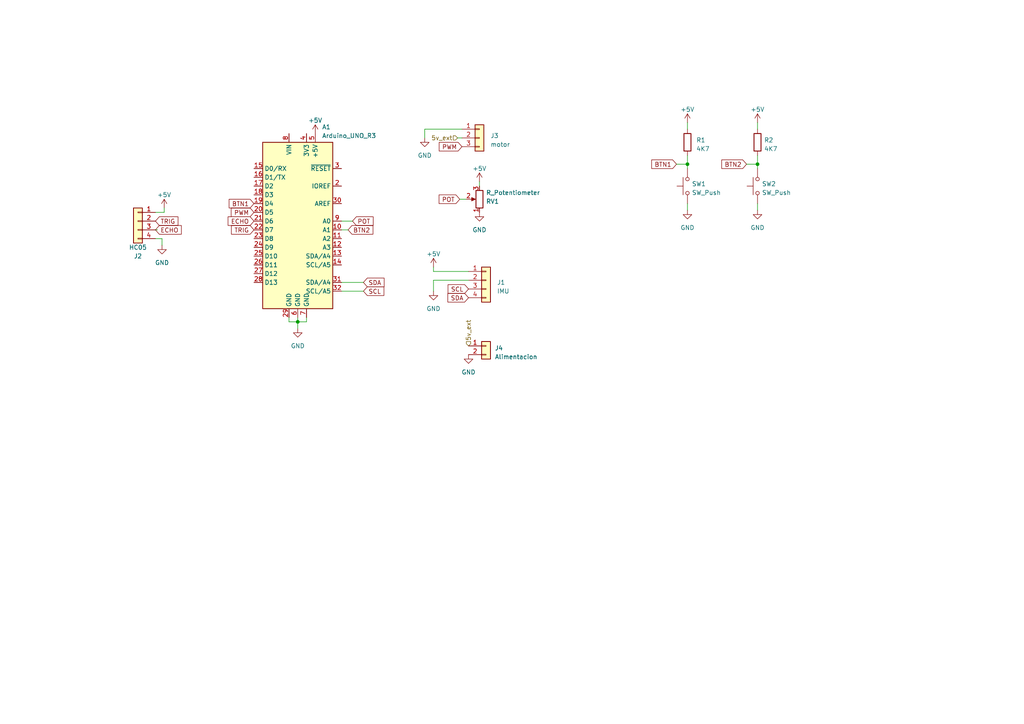
<source format=kicad_sch>
(kicad_sch (version 20230121) (generator eeschema)

  (uuid 756e4d5c-28ad-46f4-9ddd-53c0604034bf)

  (paper "A4")

  (lib_symbols
    (symbol "Connector_Generic:Conn_01x02" (pin_names (offset 1.016) hide) (in_bom yes) (on_board yes)
      (property "Reference" "J" (at 0 2.54 0)
        (effects (font (size 1.27 1.27)))
      )
      (property "Value" "Conn_01x02" (at 0 -5.08 0)
        (effects (font (size 1.27 1.27)))
      )
      (property "Footprint" "" (at 0 0 0)
        (effects (font (size 1.27 1.27)) hide)
      )
      (property "Datasheet" "~" (at 0 0 0)
        (effects (font (size 1.27 1.27)) hide)
      )
      (property "ki_keywords" "connector" (at 0 0 0)
        (effects (font (size 1.27 1.27)) hide)
      )
      (property "ki_description" "Generic connector, single row, 01x02, script generated (kicad-library-utils/schlib/autogen/connector/)" (at 0 0 0)
        (effects (font (size 1.27 1.27)) hide)
      )
      (property "ki_fp_filters" "Connector*:*_1x??_*" (at 0 0 0)
        (effects (font (size 1.27 1.27)) hide)
      )
      (symbol "Conn_01x02_1_1"
        (rectangle (start -1.27 -2.413) (end 0 -2.667)
          (stroke (width 0.1524) (type default))
          (fill (type none))
        )
        (rectangle (start -1.27 0.127) (end 0 -0.127)
          (stroke (width 0.1524) (type default))
          (fill (type none))
        )
        (rectangle (start -1.27 1.27) (end 1.27 -3.81)
          (stroke (width 0.254) (type default))
          (fill (type background))
        )
        (pin passive line (at -5.08 0 0) (length 3.81)
          (name "Pin_1" (effects (font (size 1.27 1.27))))
          (number "1" (effects (font (size 1.27 1.27))))
        )
        (pin passive line (at -5.08 -2.54 0) (length 3.81)
          (name "Pin_2" (effects (font (size 1.27 1.27))))
          (number "2" (effects (font (size 1.27 1.27))))
        )
      )
    )
    (symbol "Connector_Generic:Conn_01x03" (pin_names (offset 1.016) hide) (in_bom yes) (on_board yes)
      (property "Reference" "J" (at 0 5.08 0)
        (effects (font (size 1.27 1.27)))
      )
      (property "Value" "Conn_01x03" (at 0 -5.08 0)
        (effects (font (size 1.27 1.27)))
      )
      (property "Footprint" "" (at 0 0 0)
        (effects (font (size 1.27 1.27)) hide)
      )
      (property "Datasheet" "~" (at 0 0 0)
        (effects (font (size 1.27 1.27)) hide)
      )
      (property "ki_keywords" "connector" (at 0 0 0)
        (effects (font (size 1.27 1.27)) hide)
      )
      (property "ki_description" "Generic connector, single row, 01x03, script generated (kicad-library-utils/schlib/autogen/connector/)" (at 0 0 0)
        (effects (font (size 1.27 1.27)) hide)
      )
      (property "ki_fp_filters" "Connector*:*_1x??_*" (at 0 0 0)
        (effects (font (size 1.27 1.27)) hide)
      )
      (symbol "Conn_01x03_1_1"
        (rectangle (start -1.27 -2.413) (end 0 -2.667)
          (stroke (width 0.1524) (type default))
          (fill (type none))
        )
        (rectangle (start -1.27 0.127) (end 0 -0.127)
          (stroke (width 0.1524) (type default))
          (fill (type none))
        )
        (rectangle (start -1.27 2.667) (end 0 2.413)
          (stroke (width 0.1524) (type default))
          (fill (type none))
        )
        (rectangle (start -1.27 3.81) (end 1.27 -3.81)
          (stroke (width 0.254) (type default))
          (fill (type background))
        )
        (pin passive line (at -5.08 2.54 0) (length 3.81)
          (name "Pin_1" (effects (font (size 1.27 1.27))))
          (number "1" (effects (font (size 1.27 1.27))))
        )
        (pin passive line (at -5.08 0 0) (length 3.81)
          (name "Pin_2" (effects (font (size 1.27 1.27))))
          (number "2" (effects (font (size 1.27 1.27))))
        )
        (pin passive line (at -5.08 -2.54 0) (length 3.81)
          (name "Pin_3" (effects (font (size 1.27 1.27))))
          (number "3" (effects (font (size 1.27 1.27))))
        )
      )
    )
    (symbol "Connector_Generic:Conn_01x04" (pin_names (offset 1.016) hide) (in_bom yes) (on_board yes)
      (property "Reference" "J" (at 0 5.08 0)
        (effects (font (size 1.27 1.27)))
      )
      (property "Value" "Conn_01x04" (at 0 -7.62 0)
        (effects (font (size 1.27 1.27)))
      )
      (property "Footprint" "" (at 0 0 0)
        (effects (font (size 1.27 1.27)) hide)
      )
      (property "Datasheet" "~" (at 0 0 0)
        (effects (font (size 1.27 1.27)) hide)
      )
      (property "ki_keywords" "connector" (at 0 0 0)
        (effects (font (size 1.27 1.27)) hide)
      )
      (property "ki_description" "Generic connector, single row, 01x04, script generated (kicad-library-utils/schlib/autogen/connector/)" (at 0 0 0)
        (effects (font (size 1.27 1.27)) hide)
      )
      (property "ki_fp_filters" "Connector*:*_1x??_*" (at 0 0 0)
        (effects (font (size 1.27 1.27)) hide)
      )
      (symbol "Conn_01x04_1_1"
        (rectangle (start -1.27 -4.953) (end 0 -5.207)
          (stroke (width 0.1524) (type default))
          (fill (type none))
        )
        (rectangle (start -1.27 -2.413) (end 0 -2.667)
          (stroke (width 0.1524) (type default))
          (fill (type none))
        )
        (rectangle (start -1.27 0.127) (end 0 -0.127)
          (stroke (width 0.1524) (type default))
          (fill (type none))
        )
        (rectangle (start -1.27 2.667) (end 0 2.413)
          (stroke (width 0.1524) (type default))
          (fill (type none))
        )
        (rectangle (start -1.27 3.81) (end 1.27 -6.35)
          (stroke (width 0.254) (type default))
          (fill (type background))
        )
        (pin passive line (at -5.08 2.54 0) (length 3.81)
          (name "Pin_1" (effects (font (size 1.27 1.27))))
          (number "1" (effects (font (size 1.27 1.27))))
        )
        (pin passive line (at -5.08 0 0) (length 3.81)
          (name "Pin_2" (effects (font (size 1.27 1.27))))
          (number "2" (effects (font (size 1.27 1.27))))
        )
        (pin passive line (at -5.08 -2.54 0) (length 3.81)
          (name "Pin_3" (effects (font (size 1.27 1.27))))
          (number "3" (effects (font (size 1.27 1.27))))
        )
        (pin passive line (at -5.08 -5.08 0) (length 3.81)
          (name "Pin_4" (effects (font (size 1.27 1.27))))
          (number "4" (effects (font (size 1.27 1.27))))
        )
      )
    )
    (symbol "Device:R" (pin_numbers hide) (pin_names (offset 0)) (in_bom yes) (on_board yes)
      (property "Reference" "R" (at 2.032 0 90)
        (effects (font (size 1.27 1.27)))
      )
      (property "Value" "R" (at 0 0 90)
        (effects (font (size 1.27 1.27)))
      )
      (property "Footprint" "" (at -1.778 0 90)
        (effects (font (size 1.27 1.27)) hide)
      )
      (property "Datasheet" "~" (at 0 0 0)
        (effects (font (size 1.27 1.27)) hide)
      )
      (property "ki_keywords" "R res resistor" (at 0 0 0)
        (effects (font (size 1.27 1.27)) hide)
      )
      (property "ki_description" "Resistor" (at 0 0 0)
        (effects (font (size 1.27 1.27)) hide)
      )
      (property "ki_fp_filters" "R_*" (at 0 0 0)
        (effects (font (size 1.27 1.27)) hide)
      )
      (symbol "R_0_1"
        (rectangle (start -1.016 -2.54) (end 1.016 2.54)
          (stroke (width 0.254) (type default))
          (fill (type none))
        )
      )
      (symbol "R_1_1"
        (pin passive line (at 0 3.81 270) (length 1.27)
          (name "~" (effects (font (size 1.27 1.27))))
          (number "1" (effects (font (size 1.27 1.27))))
        )
        (pin passive line (at 0 -3.81 90) (length 1.27)
          (name "~" (effects (font (size 1.27 1.27))))
          (number "2" (effects (font (size 1.27 1.27))))
        )
      )
    )
    (symbol "Device:R_Potentiometer" (pin_names (offset 1.016) hide) (in_bom yes) (on_board yes)
      (property "Reference" "RV" (at -4.445 0 90)
        (effects (font (size 1.27 1.27)))
      )
      (property "Value" "R_Potentiometer" (at -2.54 0 90)
        (effects (font (size 1.27 1.27)))
      )
      (property "Footprint" "" (at 0 0 0)
        (effects (font (size 1.27 1.27)) hide)
      )
      (property "Datasheet" "~" (at 0 0 0)
        (effects (font (size 1.27 1.27)) hide)
      )
      (property "ki_keywords" "resistor variable" (at 0 0 0)
        (effects (font (size 1.27 1.27)) hide)
      )
      (property "ki_description" "Potentiometer" (at 0 0 0)
        (effects (font (size 1.27 1.27)) hide)
      )
      (property "ki_fp_filters" "Potentiometer*" (at 0 0 0)
        (effects (font (size 1.27 1.27)) hide)
      )
      (symbol "R_Potentiometer_0_1"
        (polyline
          (pts
            (xy 2.54 0)
            (xy 1.524 0)
          )
          (stroke (width 0) (type default))
          (fill (type none))
        )
        (polyline
          (pts
            (xy 1.143 0)
            (xy 2.286 0.508)
            (xy 2.286 -0.508)
            (xy 1.143 0)
          )
          (stroke (width 0) (type default))
          (fill (type outline))
        )
        (rectangle (start 1.016 2.54) (end -1.016 -2.54)
          (stroke (width 0.254) (type default))
          (fill (type none))
        )
      )
      (symbol "R_Potentiometer_1_1"
        (pin passive line (at 0 3.81 270) (length 1.27)
          (name "1" (effects (font (size 1.27 1.27))))
          (number "1" (effects (font (size 1.27 1.27))))
        )
        (pin passive line (at 3.81 0 180) (length 1.27)
          (name "2" (effects (font (size 1.27 1.27))))
          (number "2" (effects (font (size 1.27 1.27))))
        )
        (pin passive line (at 0 -3.81 90) (length 1.27)
          (name "3" (effects (font (size 1.27 1.27))))
          (number "3" (effects (font (size 1.27 1.27))))
        )
      )
    )
    (symbol "MCU_Module:Arduino_UNO_R3" (in_bom yes) (on_board yes)
      (property "Reference" "A" (at -10.16 23.495 0)
        (effects (font (size 1.27 1.27)) (justify left bottom))
      )
      (property "Value" "Arduino_UNO_R3" (at 5.08 -26.67 0)
        (effects (font (size 1.27 1.27)) (justify left top))
      )
      (property "Footprint" "Module:Arduino_UNO_R3" (at 0 0 0)
        (effects (font (size 1.27 1.27) italic) hide)
      )
      (property "Datasheet" "https://www.arduino.cc/en/Main/arduinoBoardUno" (at 0 0 0)
        (effects (font (size 1.27 1.27)) hide)
      )
      (property "ki_keywords" "Arduino UNO R3 Microcontroller Module Atmel AVR USB" (at 0 0 0)
        (effects (font (size 1.27 1.27)) hide)
      )
      (property "ki_description" "Arduino UNO Microcontroller Module, release 3" (at 0 0 0)
        (effects (font (size 1.27 1.27)) hide)
      )
      (property "ki_fp_filters" "Arduino*UNO*R3*" (at 0 0 0)
        (effects (font (size 1.27 1.27)) hide)
      )
      (symbol "Arduino_UNO_R3_0_1"
        (rectangle (start -10.16 22.86) (end 10.16 -25.4)
          (stroke (width 0.254) (type default))
          (fill (type background))
        )
      )
      (symbol "Arduino_UNO_R3_1_1"
        (pin no_connect line (at -10.16 -20.32 0) (length 2.54) hide
          (name "NC" (effects (font (size 1.27 1.27))))
          (number "1" (effects (font (size 1.27 1.27))))
        )
        (pin bidirectional line (at 12.7 -2.54 180) (length 2.54)
          (name "A1" (effects (font (size 1.27 1.27))))
          (number "10" (effects (font (size 1.27 1.27))))
        )
        (pin bidirectional line (at 12.7 -5.08 180) (length 2.54)
          (name "A2" (effects (font (size 1.27 1.27))))
          (number "11" (effects (font (size 1.27 1.27))))
        )
        (pin bidirectional line (at 12.7 -7.62 180) (length 2.54)
          (name "A3" (effects (font (size 1.27 1.27))))
          (number "12" (effects (font (size 1.27 1.27))))
        )
        (pin bidirectional line (at 12.7 -10.16 180) (length 2.54)
          (name "SDA/A4" (effects (font (size 1.27 1.27))))
          (number "13" (effects (font (size 1.27 1.27))))
        )
        (pin bidirectional line (at 12.7 -12.7 180) (length 2.54)
          (name "SCL/A5" (effects (font (size 1.27 1.27))))
          (number "14" (effects (font (size 1.27 1.27))))
        )
        (pin bidirectional line (at -12.7 15.24 0) (length 2.54)
          (name "D0/RX" (effects (font (size 1.27 1.27))))
          (number "15" (effects (font (size 1.27 1.27))))
        )
        (pin bidirectional line (at -12.7 12.7 0) (length 2.54)
          (name "D1/TX" (effects (font (size 1.27 1.27))))
          (number "16" (effects (font (size 1.27 1.27))))
        )
        (pin bidirectional line (at -12.7 10.16 0) (length 2.54)
          (name "D2" (effects (font (size 1.27 1.27))))
          (number "17" (effects (font (size 1.27 1.27))))
        )
        (pin bidirectional line (at -12.7 7.62 0) (length 2.54)
          (name "D3" (effects (font (size 1.27 1.27))))
          (number "18" (effects (font (size 1.27 1.27))))
        )
        (pin bidirectional line (at -12.7 5.08 0) (length 2.54)
          (name "D4" (effects (font (size 1.27 1.27))))
          (number "19" (effects (font (size 1.27 1.27))))
        )
        (pin output line (at 12.7 10.16 180) (length 2.54)
          (name "IOREF" (effects (font (size 1.27 1.27))))
          (number "2" (effects (font (size 1.27 1.27))))
        )
        (pin bidirectional line (at -12.7 2.54 0) (length 2.54)
          (name "D5" (effects (font (size 1.27 1.27))))
          (number "20" (effects (font (size 1.27 1.27))))
        )
        (pin bidirectional line (at -12.7 0 0) (length 2.54)
          (name "D6" (effects (font (size 1.27 1.27))))
          (number "21" (effects (font (size 1.27 1.27))))
        )
        (pin bidirectional line (at -12.7 -2.54 0) (length 2.54)
          (name "D7" (effects (font (size 1.27 1.27))))
          (number "22" (effects (font (size 1.27 1.27))))
        )
        (pin bidirectional line (at -12.7 -5.08 0) (length 2.54)
          (name "D8" (effects (font (size 1.27 1.27))))
          (number "23" (effects (font (size 1.27 1.27))))
        )
        (pin bidirectional line (at -12.7 -7.62 0) (length 2.54)
          (name "D9" (effects (font (size 1.27 1.27))))
          (number "24" (effects (font (size 1.27 1.27))))
        )
        (pin bidirectional line (at -12.7 -10.16 0) (length 2.54)
          (name "D10" (effects (font (size 1.27 1.27))))
          (number "25" (effects (font (size 1.27 1.27))))
        )
        (pin bidirectional line (at -12.7 -12.7 0) (length 2.54)
          (name "D11" (effects (font (size 1.27 1.27))))
          (number "26" (effects (font (size 1.27 1.27))))
        )
        (pin bidirectional line (at -12.7 -15.24 0) (length 2.54)
          (name "D12" (effects (font (size 1.27 1.27))))
          (number "27" (effects (font (size 1.27 1.27))))
        )
        (pin bidirectional line (at -12.7 -17.78 0) (length 2.54)
          (name "D13" (effects (font (size 1.27 1.27))))
          (number "28" (effects (font (size 1.27 1.27))))
        )
        (pin power_in line (at -2.54 -27.94 90) (length 2.54)
          (name "GND" (effects (font (size 1.27 1.27))))
          (number "29" (effects (font (size 1.27 1.27))))
        )
        (pin input line (at 12.7 15.24 180) (length 2.54)
          (name "~{RESET}" (effects (font (size 1.27 1.27))))
          (number "3" (effects (font (size 1.27 1.27))))
        )
        (pin input line (at 12.7 5.08 180) (length 2.54)
          (name "AREF" (effects (font (size 1.27 1.27))))
          (number "30" (effects (font (size 1.27 1.27))))
        )
        (pin bidirectional line (at 12.7 -17.78 180) (length 2.54)
          (name "SDA/A4" (effects (font (size 1.27 1.27))))
          (number "31" (effects (font (size 1.27 1.27))))
        )
        (pin bidirectional line (at 12.7 -20.32 180) (length 2.54)
          (name "SCL/A5" (effects (font (size 1.27 1.27))))
          (number "32" (effects (font (size 1.27 1.27))))
        )
        (pin power_out line (at 2.54 25.4 270) (length 2.54)
          (name "3V3" (effects (font (size 1.27 1.27))))
          (number "4" (effects (font (size 1.27 1.27))))
        )
        (pin power_out line (at 5.08 25.4 270) (length 2.54)
          (name "+5V" (effects (font (size 1.27 1.27))))
          (number "5" (effects (font (size 1.27 1.27))))
        )
        (pin power_in line (at 0 -27.94 90) (length 2.54)
          (name "GND" (effects (font (size 1.27 1.27))))
          (number "6" (effects (font (size 1.27 1.27))))
        )
        (pin power_in line (at 2.54 -27.94 90) (length 2.54)
          (name "GND" (effects (font (size 1.27 1.27))))
          (number "7" (effects (font (size 1.27 1.27))))
        )
        (pin power_in line (at -2.54 25.4 270) (length 2.54)
          (name "VIN" (effects (font (size 1.27 1.27))))
          (number "8" (effects (font (size 1.27 1.27))))
        )
        (pin bidirectional line (at 12.7 0 180) (length 2.54)
          (name "A0" (effects (font (size 1.27 1.27))))
          (number "9" (effects (font (size 1.27 1.27))))
        )
      )
    )
    (symbol "Switch:SW_Push" (pin_numbers hide) (pin_names (offset 1.016) hide) (in_bom yes) (on_board yes)
      (property "Reference" "SW" (at 1.27 2.54 0)
        (effects (font (size 1.27 1.27)) (justify left))
      )
      (property "Value" "SW_Push" (at 0 -1.524 0)
        (effects (font (size 1.27 1.27)))
      )
      (property "Footprint" "" (at 0 5.08 0)
        (effects (font (size 1.27 1.27)) hide)
      )
      (property "Datasheet" "~" (at 0 5.08 0)
        (effects (font (size 1.27 1.27)) hide)
      )
      (property "ki_keywords" "switch normally-open pushbutton push-button" (at 0 0 0)
        (effects (font (size 1.27 1.27)) hide)
      )
      (property "ki_description" "Push button switch, generic, two pins" (at 0 0 0)
        (effects (font (size 1.27 1.27)) hide)
      )
      (symbol "SW_Push_0_1"
        (circle (center -2.032 0) (radius 0.508)
          (stroke (width 0) (type default))
          (fill (type none))
        )
        (polyline
          (pts
            (xy 0 1.27)
            (xy 0 3.048)
          )
          (stroke (width 0) (type default))
          (fill (type none))
        )
        (polyline
          (pts
            (xy 2.54 1.27)
            (xy -2.54 1.27)
          )
          (stroke (width 0) (type default))
          (fill (type none))
        )
        (circle (center 2.032 0) (radius 0.508)
          (stroke (width 0) (type default))
          (fill (type none))
        )
        (pin passive line (at -5.08 0 0) (length 2.54)
          (name "1" (effects (font (size 1.27 1.27))))
          (number "1" (effects (font (size 1.27 1.27))))
        )
        (pin passive line (at 5.08 0 180) (length 2.54)
          (name "2" (effects (font (size 1.27 1.27))))
          (number "2" (effects (font (size 1.27 1.27))))
        )
      )
    )
    (symbol "power:+5V" (power) (pin_names (offset 0)) (in_bom yes) (on_board yes)
      (property "Reference" "#PWR" (at 0 -3.81 0)
        (effects (font (size 1.27 1.27)) hide)
      )
      (property "Value" "+5V" (at 0 3.556 0)
        (effects (font (size 1.27 1.27)))
      )
      (property "Footprint" "" (at 0 0 0)
        (effects (font (size 1.27 1.27)) hide)
      )
      (property "Datasheet" "" (at 0 0 0)
        (effects (font (size 1.27 1.27)) hide)
      )
      (property "ki_keywords" "global power" (at 0 0 0)
        (effects (font (size 1.27 1.27)) hide)
      )
      (property "ki_description" "Power symbol creates a global label with name \"+5V\"" (at 0 0 0)
        (effects (font (size 1.27 1.27)) hide)
      )
      (symbol "+5V_0_1"
        (polyline
          (pts
            (xy -0.762 1.27)
            (xy 0 2.54)
          )
          (stroke (width 0) (type default))
          (fill (type none))
        )
        (polyline
          (pts
            (xy 0 0)
            (xy 0 2.54)
          )
          (stroke (width 0) (type default))
          (fill (type none))
        )
        (polyline
          (pts
            (xy 0 2.54)
            (xy 0.762 1.27)
          )
          (stroke (width 0) (type default))
          (fill (type none))
        )
      )
      (symbol "+5V_1_1"
        (pin power_in line (at 0 0 90) (length 0) hide
          (name "+5V" (effects (font (size 1.27 1.27))))
          (number "1" (effects (font (size 1.27 1.27))))
        )
      )
    )
    (symbol "power:GND" (power) (pin_names (offset 0)) (in_bom yes) (on_board yes)
      (property "Reference" "#PWR" (at 0 -6.35 0)
        (effects (font (size 1.27 1.27)) hide)
      )
      (property "Value" "GND" (at 0 -3.81 0)
        (effects (font (size 1.27 1.27)))
      )
      (property "Footprint" "" (at 0 0 0)
        (effects (font (size 1.27 1.27)) hide)
      )
      (property "Datasheet" "" (at 0 0 0)
        (effects (font (size 1.27 1.27)) hide)
      )
      (property "ki_keywords" "global power" (at 0 0 0)
        (effects (font (size 1.27 1.27)) hide)
      )
      (property "ki_description" "Power symbol creates a global label with name \"GND\" , ground" (at 0 0 0)
        (effects (font (size 1.27 1.27)) hide)
      )
      (symbol "GND_0_1"
        (polyline
          (pts
            (xy 0 0)
            (xy 0 -1.27)
            (xy 1.27 -1.27)
            (xy 0 -2.54)
            (xy -1.27 -1.27)
            (xy 0 -1.27)
          )
          (stroke (width 0) (type default))
          (fill (type none))
        )
      )
      (symbol "GND_1_1"
        (pin power_in line (at 0 0 270) (length 0) hide
          (name "GND" (effects (font (size 1.27 1.27))))
          (number "1" (effects (font (size 1.27 1.27))))
        )
      )
    )
  )

  (junction (at 199.39 47.625) (diameter 0) (color 0 0 0 0)
    (uuid 05b040db-696b-4d87-9f9b-9fdbe785a815)
  )
  (junction (at 219.71 47.625) (diameter 0) (color 0 0 0 0)
    (uuid 6900ae1a-da62-4911-b4ce-f569ba268d94)
  )
  (junction (at 86.36 93.345) (diameter 0) (color 0 0 0 0)
    (uuid adef5d94-0b54-4972-b708-c29a21a42439)
  )

  (wire (pts (xy 219.71 59.055) (xy 219.71 60.96))
    (stroke (width 0) (type default))
    (uuid 0a5632b2-c2ef-494f-8f7f-b6c3b84dfcd6)
  )
  (wire (pts (xy 83.82 92.075) (xy 83.82 93.345))
    (stroke (width 0) (type default))
    (uuid 0debbd18-9ede-4453-b29e-2c71d239d3c7)
  )
  (wire (pts (xy 123.19 37.465) (xy 123.19 40.005))
    (stroke (width 0) (type default))
    (uuid 103391e4-acb1-4288-9282-75fd8e9cdc34)
  )
  (wire (pts (xy 99.06 84.455) (xy 105.41 84.455))
    (stroke (width 0) (type default))
    (uuid 18338754-611b-404a-946f-95f790141ba5)
  )
  (wire (pts (xy 132.715 40.005) (xy 133.985 40.005))
    (stroke (width 0) (type default))
    (uuid 21d378c6-edf1-4eef-971d-67fa91e31071)
  )
  (wire (pts (xy 86.36 93.345) (xy 86.36 95.25))
    (stroke (width 0) (type default))
    (uuid 25f35c4f-7a1b-421e-b5cc-fa00a27705de)
  )
  (wire (pts (xy 45.085 69.215) (xy 46.99 69.215))
    (stroke (width 0) (type default))
    (uuid 2c4fcda9-23d6-49b5-abce-2b87fc8e856d)
  )
  (wire (pts (xy 88.9 93.345) (xy 86.36 93.345))
    (stroke (width 0) (type default))
    (uuid 39ffa5d6-65db-43c0-a378-0130ce52042b)
  )
  (wire (pts (xy 125.73 78.74) (xy 125.73 77.47))
    (stroke (width 0) (type default))
    (uuid 50e60023-79f1-4e18-81ac-1ba742dc1c34)
  )
  (wire (pts (xy 219.71 35.56) (xy 219.71 37.465))
    (stroke (width 0) (type default))
    (uuid 519d4ca5-94b8-40ab-bced-013c84aa37f4)
  )
  (wire (pts (xy 219.71 45.085) (xy 219.71 47.625))
    (stroke (width 0) (type default))
    (uuid 5a5435f9-77d7-43f4-817d-b42285b5d5e2)
  )
  (wire (pts (xy 135.89 81.28) (xy 125.73 81.28))
    (stroke (width 0) (type default))
    (uuid 6223914d-dde1-4e95-812d-1a6c5ba48c23)
  )
  (wire (pts (xy 99.06 64.135) (xy 102.235 64.135))
    (stroke (width 0) (type default))
    (uuid 63a60f25-870e-4767-8104-a999652ce9d0)
  )
  (wire (pts (xy 199.39 59.055) (xy 199.39 60.96))
    (stroke (width 0) (type default))
    (uuid 6baa25ed-d25b-4f1c-85ec-96bc7da1854a)
  )
  (wire (pts (xy 139.065 52.705) (xy 139.065 53.975))
    (stroke (width 0) (type default))
    (uuid 7e7f2f62-5528-4470-8119-8263a9d8d101)
  )
  (wire (pts (xy 47.625 61.595) (xy 47.625 60.325))
    (stroke (width 0) (type default))
    (uuid 81419975-5067-4e13-bcb3-8483052a0d48)
  )
  (wire (pts (xy 46.99 69.215) (xy 46.99 71.12))
    (stroke (width 0) (type default))
    (uuid 8cf14032-c7b8-4d2c-8372-3f0f822481ad)
  )
  (wire (pts (xy 99.06 81.915) (xy 105.41 81.915))
    (stroke (width 0) (type default))
    (uuid 9552695e-7b70-42f3-9013-7351dbf01eb6)
  )
  (wire (pts (xy 45.72 66.675) (xy 45.085 66.675))
    (stroke (width 0) (type default))
    (uuid 985ea33f-9500-44eb-a512-a2fe27491c8c)
  )
  (wire (pts (xy 196.215 47.625) (xy 199.39 47.625))
    (stroke (width 0) (type default))
    (uuid a3e56baa-22cd-423f-8023-8d4f8d355e0c)
  )
  (wire (pts (xy 199.39 45.085) (xy 199.39 47.625))
    (stroke (width 0) (type default))
    (uuid a663c319-1cfb-4228-bc39-47b14f9e215d)
  )
  (wire (pts (xy 88.9 92.075) (xy 88.9 93.345))
    (stroke (width 0) (type default))
    (uuid b32f8efd-3106-4adf-bf4e-736f4d4ca1a7)
  )
  (wire (pts (xy 123.19 37.465) (xy 133.985 37.465))
    (stroke (width 0) (type default))
    (uuid b524b35b-5104-40db-84f4-d0c3efe701fb)
  )
  (wire (pts (xy 86.36 93.345) (xy 86.36 92.075))
    (stroke (width 0) (type default))
    (uuid b9cd33cf-da21-4004-b8f1-6fe8137ba776)
  )
  (wire (pts (xy 83.82 93.345) (xy 86.36 93.345))
    (stroke (width 0) (type default))
    (uuid c4e65c8a-6f17-47be-9f01-dadea9a9da31)
  )
  (wire (pts (xy 199.39 35.56) (xy 199.39 37.465))
    (stroke (width 0) (type default))
    (uuid c8724ed5-eae6-4359-a796-f9b423ade4db)
  )
  (wire (pts (xy 199.39 47.625) (xy 199.39 48.895))
    (stroke (width 0) (type default))
    (uuid c9ff5e31-8fb9-4264-b7c1-a48b5b6b1340)
  )
  (wire (pts (xy 133.35 57.785) (xy 135.255 57.785))
    (stroke (width 0) (type default))
    (uuid ca2d42e1-8b94-47f1-b3c9-c0652805ea37)
  )
  (wire (pts (xy 45.085 61.595) (xy 47.625 61.595))
    (stroke (width 0) (type default))
    (uuid d4f9cce8-c850-40d8-abbf-da6367b9e2a1)
  )
  (wire (pts (xy 216.535 47.625) (xy 219.71 47.625))
    (stroke (width 0) (type default))
    (uuid d62a7741-3cd4-40e3-b092-2fdb3942ad3e)
  )
  (wire (pts (xy 125.73 81.28) (xy 125.73 84.455))
    (stroke (width 0) (type default))
    (uuid d7bb35f3-3b06-4fe5-a716-5b65ebf7747e)
  )
  (wire (pts (xy 100.965 66.675) (xy 99.06 66.675))
    (stroke (width 0) (type default))
    (uuid d83a7496-e2f3-4b5c-9190-5ce55586235e)
  )
  (wire (pts (xy 219.71 47.625) (xy 219.71 48.895))
    (stroke (width 0) (type default))
    (uuid f750894b-5163-40d0-b94d-45f5d54555c5)
  )
  (wire (pts (xy 135.89 78.74) (xy 125.73 78.74))
    (stroke (width 0) (type default))
    (uuid f8e81c18-5cc3-4a71-875f-4ce8bec2fa5a)
  )

  (global_label "POT" (shape input) (at 102.235 64.135 0) (fields_autoplaced)
    (effects (font (size 1.27 1.27)) (justify left))
    (uuid 07cd1f8c-8bee-4a9a-9ef2-60a5589bdeb0)
    (property "Intersheetrefs" "${INTERSHEET_REFS}" (at 108.7089 64.135 0)
      (effects (font (size 1.27 1.27)) (justify left) hide)
    )
  )
  (global_label "SDA" (shape input) (at 135.89 86.36 180) (fields_autoplaced)
    (effects (font (size 1.27 1.27)) (justify right))
    (uuid 0b6e05ab-549a-4053-af0f-fae2ed1f3370)
    (property "Intersheetrefs" "${INTERSHEET_REFS}" (at 129.4161 86.36 0)
      (effects (font (size 1.27 1.27)) (justify right) hide)
    )
  )
  (global_label "SDA" (shape input) (at 105.41 81.915 0) (fields_autoplaced)
    (effects (font (size 1.27 1.27)) (justify left))
    (uuid 0e6c96b3-0e64-4b53-a006-d2ffc573eddd)
    (property "Intersheetrefs" "${INTERSHEET_REFS}" (at 111.8839 81.915 0)
      (effects (font (size 1.27 1.27)) (justify left) hide)
    )
  )
  (global_label "SCL" (shape input) (at 135.89 83.82 180) (fields_autoplaced)
    (effects (font (size 1.27 1.27)) (justify right))
    (uuid 1e980586-acc3-4481-85d5-c7082898c67f)
    (property "Intersheetrefs" "${INTERSHEET_REFS}" (at 129.4766 83.82 0)
      (effects (font (size 1.27 1.27)) (justify right) hide)
    )
  )
  (global_label "BTN2" (shape input) (at 216.535 47.625 180) (fields_autoplaced)
    (effects (font (size 1.27 1.27)) (justify right))
    (uuid 1f9eabf0-aa0c-42f4-89e9-65bed6965bf2)
    (property "Intersheetrefs" "${INTERSHEET_REFS}" (at 208.8516 47.625 0)
      (effects (font (size 1.27 1.27)) (justify right) hide)
    )
  )
  (global_label "BTN1" (shape input) (at 196.215 47.625 180) (fields_autoplaced)
    (effects (font (size 1.27 1.27)) (justify right))
    (uuid 4ea80a65-3b4f-4f63-9bd0-dc237b7564c9)
    (property "Intersheetrefs" "${INTERSHEET_REFS}" (at 188.5316 47.625 0)
      (effects (font (size 1.27 1.27)) (justify right) hide)
    )
  )
  (global_label "ECHO" (shape input) (at 73.66 64.135 180) (fields_autoplaced)
    (effects (font (size 1.27 1.27)) (justify right))
    (uuid 5a15bafb-8744-4a68-a393-244a173462d4)
    (property "Intersheetrefs" "${INTERSHEET_REFS}" (at 65.6742 64.135 0)
      (effects (font (size 1.27 1.27)) (justify right) hide)
    )
  )
  (global_label "TRIG" (shape input) (at 45.085 64.135 0) (fields_autoplaced)
    (effects (font (size 1.27 1.27)) (justify left))
    (uuid 5ae87722-801c-4aa3-81f5-36b35eb04508)
    (property "Intersheetrefs" "${INTERSHEET_REFS}" (at 52.1032 64.135 0)
      (effects (font (size 1.27 1.27)) (justify left) hide)
    )
  )
  (global_label "BTN1" (shape input) (at 73.66 59.055 180) (fields_autoplaced)
    (effects (font (size 1.27 1.27)) (justify right))
    (uuid 60f2fbf4-ce89-460f-b0e3-ecb5c85e9e39)
    (property "Intersheetrefs" "${INTERSHEET_REFS}" (at 65.9766 59.055 0)
      (effects (font (size 1.27 1.27)) (justify right) hide)
    )
  )
  (global_label "PWM" (shape input) (at 73.66 61.595 180) (fields_autoplaced)
    (effects (font (size 1.27 1.27)) (justify right))
    (uuid 61107759-d5c2-449c-813e-4c048167f2a2)
    (property "Intersheetrefs" "${INTERSHEET_REFS}" (at 66.5814 61.595 0)
      (effects (font (size 1.27 1.27)) (justify right) hide)
    )
  )
  (global_label "PWM" (shape input) (at 133.985 42.545 180) (fields_autoplaced)
    (effects (font (size 1.27 1.27)) (justify right))
    (uuid 8484f992-5376-4f50-8532-68c31089d645)
    (property "Intersheetrefs" "${INTERSHEET_REFS}" (at 126.9064 42.545 0)
      (effects (font (size 1.27 1.27)) (justify right) hide)
    )
  )
  (global_label "POT" (shape input) (at 133.35 57.785 180) (fields_autoplaced)
    (effects (font (size 1.27 1.27)) (justify right))
    (uuid 8f4961ea-656a-4592-9f92-0c0a60ba6b22)
    (property "Intersheetrefs" "${INTERSHEET_REFS}" (at 126.8761 57.785 0)
      (effects (font (size 1.27 1.27)) (justify right) hide)
    )
  )
  (global_label "ECHO" (shape input) (at 45.085 66.675 0) (fields_autoplaced)
    (effects (font (size 1.27 1.27)) (justify left))
    (uuid 9a09012a-b41d-4681-9f40-c578ac7d11ee)
    (property "Intersheetrefs" "${INTERSHEET_REFS}" (at 53.0708 66.675 0)
      (effects (font (size 1.27 1.27)) (justify left) hide)
    )
  )
  (global_label "TRIG" (shape input) (at 73.66 66.675 180) (fields_autoplaced)
    (effects (font (size 1.27 1.27)) (justify right))
    (uuid c4897839-7a51-43ef-80ec-4c2c46be06e7)
    (property "Intersheetrefs" "${INTERSHEET_REFS}" (at 66.6418 66.675 0)
      (effects (font (size 1.27 1.27)) (justify right) hide)
    )
  )
  (global_label "BTN2" (shape input) (at 100.965 66.675 0) (fields_autoplaced)
    (effects (font (size 1.27 1.27)) (justify left))
    (uuid eca6ffa1-b130-45aa-bb12-46fdf824f576)
    (property "Intersheetrefs" "${INTERSHEET_REFS}" (at 108.6484 66.675 0)
      (effects (font (size 1.27 1.27)) (justify left) hide)
    )
  )
  (global_label "SCL" (shape input) (at 105.41 84.455 0) (fields_autoplaced)
    (effects (font (size 1.27 1.27)) (justify left))
    (uuid ff2f88c8-9bec-439c-8856-3442edddf248)
    (property "Intersheetrefs" "${INTERSHEET_REFS}" (at 111.8234 84.455 0)
      (effects (font (size 1.27 1.27)) (justify left) hide)
    )
  )

  (hierarchical_label "5v_ext" (shape input) (at 135.89 100.33 90) (fields_autoplaced)
    (effects (font (size 1.27 1.27)) (justify left))
    (uuid 1d8f29e5-72d0-480f-9a45-c52cb482000c)
  )
  (hierarchical_label "5v_ext" (shape input) (at 132.715 40.005 180) (fields_autoplaced)
    (effects (font (size 1.27 1.27)) (justify right))
    (uuid d5eb81ab-7622-4869-9556-b49736d61f31)
  )

  (symbol (lib_id "power:GND") (at 219.71 60.96 0) (unit 1)
    (in_bom yes) (on_board yes) (dnp no) (fields_autoplaced)
    (uuid 170ebfdc-4889-4cac-acd9-3e813cb7710f)
    (property "Reference" "#PWR014" (at 219.71 67.31 0)
      (effects (font (size 1.27 1.27)) hide)
    )
    (property "Value" "GND" (at 219.71 66.04 0)
      (effects (font (size 1.27 1.27)))
    )
    (property "Footprint" "" (at 219.71 60.96 0)
      (effects (font (size 1.27 1.27)) hide)
    )
    (property "Datasheet" "" (at 219.71 60.96 0)
      (effects (font (size 1.27 1.27)) hide)
    )
    (pin "1" (uuid 7d2e8b66-a1a2-43b5-86ad-26242060913b))
    (instances
      (project "bab"
        (path "/756e4d5c-28ad-46f4-9ddd-53c0604034bf"
          (reference "#PWR014") (unit 1)
        )
      )
    )
  )

  (symbol (lib_id "power:+5V") (at 125.73 77.47 0) (unit 1)
    (in_bom yes) (on_board yes) (dnp no) (fields_autoplaced)
    (uuid 27c4d915-0f06-4419-9c77-91993f64c427)
    (property "Reference" "#PWR01" (at 125.73 81.28 0)
      (effects (font (size 1.27 1.27)) hide)
    )
    (property "Value" "+5V" (at 125.73 73.66 0)
      (effects (font (size 1.27 1.27)))
    )
    (property "Footprint" "" (at 125.73 77.47 0)
      (effects (font (size 1.27 1.27)) hide)
    )
    (property "Datasheet" "" (at 125.73 77.47 0)
      (effects (font (size 1.27 1.27)) hide)
    )
    (pin "1" (uuid dca54aca-b416-4b40-a457-351df1e55e09))
    (instances
      (project "bab"
        (path "/756e4d5c-28ad-46f4-9ddd-53c0604034bf"
          (reference "#PWR01") (unit 1)
        )
      )
    )
  )

  (symbol (lib_id "MCU_Module:Arduino_UNO_R3") (at 86.36 64.135 0) (unit 1)
    (in_bom yes) (on_board yes) (dnp no) (fields_autoplaced)
    (uuid 329879b6-5389-44fe-ac2d-fa9c87265236)
    (property "Reference" "A1" (at 93.3959 36.83 0)
      (effects (font (size 1.27 1.27)) (justify left))
    )
    (property "Value" "Arduino_UNO_R3" (at 93.3959 39.37 0)
      (effects (font (size 1.27 1.27)) (justify left))
    )
    (property "Footprint" "Module:Arduino_UNO_R3" (at 86.36 64.135 0)
      (effects (font (size 1.27 1.27) italic) hide)
    )
    (property "Datasheet" "https://www.arduino.cc/en/Main/arduinoBoardUno" (at 86.36 64.135 0)
      (effects (font (size 1.27 1.27)) hide)
    )
    (pin "1" (uuid 6248d2ec-48be-4bf1-81a0-1fb58b06b5c9))
    (pin "10" (uuid a657a80f-99c3-46b9-a02c-d0c0c9df58ef))
    (pin "11" (uuid d4961d9c-6c9d-479b-bf3b-1fdc63b528be))
    (pin "12" (uuid 9b7678d9-b594-4b4d-904b-1194988c120f))
    (pin "13" (uuid c6ba9de9-4550-44a0-81d5-000bd783c8dd))
    (pin "14" (uuid 17ba9c01-e497-4da0-979d-a8215c5ce2c5))
    (pin "15" (uuid 88f2b06f-f1f8-4597-b990-589d1e278933))
    (pin "16" (uuid 1b4cb31a-4db2-489b-8886-eb2509c329cb))
    (pin "17" (uuid fc3baf50-fe21-4cf6-abdc-6694ad1af2bd))
    (pin "18" (uuid 1f4a6d84-c049-4c11-acba-4d39c669e46f))
    (pin "19" (uuid 1a3f88ae-d8b9-4097-b956-18157f5043b4))
    (pin "2" (uuid 5400f7ee-4c0e-4f70-b137-1cf987063cda))
    (pin "20" (uuid 5f667b63-4be9-4398-80b7-31692bac9d47))
    (pin "21" (uuid 2c3f89f9-c214-4c71-8702-92810feab5de))
    (pin "22" (uuid a27d7969-1070-4f32-81fa-891db2951fb5))
    (pin "23" (uuid f32a16a9-736e-4ea9-bc6a-284b45395d1f))
    (pin "24" (uuid 5c3ac5bd-0b7d-43cc-8f93-7368bf5e3a8d))
    (pin "25" (uuid ff019a4c-c851-40b2-b6c8-50331654fa45))
    (pin "26" (uuid 57252ad4-0bb3-4dcb-aed6-612d08f56584))
    (pin "27" (uuid fa23da37-bd89-4756-909e-debc9c11c043))
    (pin "28" (uuid 2405e097-b139-499d-883d-41e748ef2508))
    (pin "29" (uuid 19d00105-028d-409b-9813-5dda3982aa7b))
    (pin "3" (uuid 3d65bd10-1716-48f8-88c7-b30fd354e896))
    (pin "30" (uuid 3cfb6848-e01e-482d-a431-dfb00092ee9c))
    (pin "31" (uuid c30b344a-8c91-4fba-a6df-f4137947ff38))
    (pin "32" (uuid 1b04ae3a-ca01-4ab3-9b7b-3334a7aaa640))
    (pin "4" (uuid 0dcf153d-925d-462c-9654-a0a5627da384))
    (pin "5" (uuid 740c6f3a-dc6f-4f97-a453-6199a48e741f))
    (pin "6" (uuid 27d839b8-062d-4d42-8fe8-74dbac94a02a))
    (pin "7" (uuid 6ab75d17-a56f-43ba-aefb-2d071b12590f))
    (pin "8" (uuid 54d3a557-eb8c-4712-a7e7-5cce89f1f62f))
    (pin "9" (uuid 95455292-5444-4e27-84ea-76f239c2b120))
    (instances
      (project "bab"
        (path "/756e4d5c-28ad-46f4-9ddd-53c0604034bf"
          (reference "A1") (unit 1)
        )
      )
    )
  )

  (symbol (lib_id "Connector_Generic:Conn_01x03") (at 139.065 40.005 0) (unit 1)
    (in_bom yes) (on_board yes) (dnp no) (fields_autoplaced)
    (uuid 35ed2639-8638-4cd0-8694-df83286c74f3)
    (property "Reference" "J3" (at 142.24 39.37 0)
      (effects (font (size 1.27 1.27)) (justify left))
    )
    (property "Value" "motor" (at 142.24 41.91 0)
      (effects (font (size 1.27 1.27)) (justify left))
    )
    (property "Footprint" "Connector_PinSocket_2.54mm:PinSocket_1x03_P2.54mm_Vertical" (at 139.065 40.005 0)
      (effects (font (size 1.27 1.27)) hide)
    )
    (property "Datasheet" "~" (at 139.065 40.005 0)
      (effects (font (size 1.27 1.27)) hide)
    )
    (pin "1" (uuid dc2e50f6-7627-4ab6-8eff-7dff4e03c441))
    (pin "2" (uuid e1a8eb38-08d3-49d2-bca6-424257ff2606))
    (pin "3" (uuid a288382e-00c3-461c-938a-614d3bcfd0a3))
    (instances
      (project "bab"
        (path "/756e4d5c-28ad-46f4-9ddd-53c0604034bf"
          (reference "J3") (unit 1)
        )
      )
    )
  )

  (symbol (lib_id "Connector_Generic:Conn_01x04") (at 140.97 81.28 0) (unit 1)
    (in_bom yes) (on_board yes) (dnp no) (fields_autoplaced)
    (uuid 38c99a61-5e4e-4236-92a8-8e24ccf71851)
    (property "Reference" "J1" (at 144.145 81.915 0)
      (effects (font (size 1.27 1.27)) (justify left))
    )
    (property "Value" "IMU" (at 144.145 84.455 0)
      (effects (font (size 1.27 1.27)) (justify left))
    )
    (property "Footprint" "Connector_PinSocket_2.54mm:PinSocket_1x04_P2.54mm_Vertical" (at 140.97 81.28 0)
      (effects (font (size 1.27 1.27)) hide)
    )
    (property "Datasheet" "~" (at 140.97 81.28 0)
      (effects (font (size 1.27 1.27)) hide)
    )
    (pin "1" (uuid cb9811b6-66b0-4df5-941c-2dd6c4ff70d5))
    (pin "2" (uuid 43e391e2-02ec-4b59-93c5-edb36a3ee72d))
    (pin "3" (uuid c4d9cfd3-0bc1-4161-9cfd-4e0d7410c51c))
    (pin "4" (uuid 8d504cd5-af4b-4124-889d-2083c581f6de))
    (instances
      (project "bab"
        (path "/756e4d5c-28ad-46f4-9ddd-53c0604034bf"
          (reference "J1") (unit 1)
        )
      )
    )
  )

  (symbol (lib_id "Connector_Generic:Conn_01x02") (at 140.97 100.33 0) (unit 1)
    (in_bom yes) (on_board yes) (dnp no) (fields_autoplaced)
    (uuid 38e350b1-702d-4611-9c25-d7b220d3203c)
    (property "Reference" "J4" (at 143.51 100.965 0)
      (effects (font (size 1.27 1.27)) (justify left))
    )
    (property "Value" "Alimentacion" (at 143.51 103.505 0)
      (effects (font (size 1.27 1.27)) (justify left))
    )
    (property "Footprint" "Connector_PinSocket_2.54mm:PinSocket_1x02_P2.54mm_Vertical" (at 140.97 100.33 0)
      (effects (font (size 1.27 1.27)) hide)
    )
    (property "Datasheet" "~" (at 140.97 100.33 0)
      (effects (font (size 1.27 1.27)) hide)
    )
    (pin "1" (uuid 2b6cfe9d-a4ae-463b-b087-5e6363976c14))
    (pin "2" (uuid 521a3213-00fc-4fba-8788-ad762f52b5e2))
    (instances
      (project "bab"
        (path "/756e4d5c-28ad-46f4-9ddd-53c0604034bf"
          (reference "J4") (unit 1)
        )
      )
    )
  )

  (symbol (lib_id "power:+5V") (at 47.625 60.325 0) (unit 1)
    (in_bom yes) (on_board yes) (dnp no) (fields_autoplaced)
    (uuid 3df64003-1701-426d-b8a7-8ef07f960e1b)
    (property "Reference" "#PWR07" (at 47.625 64.135 0)
      (effects (font (size 1.27 1.27)) hide)
    )
    (property "Value" "+5V" (at 47.625 56.515 0)
      (effects (font (size 1.27 1.27)))
    )
    (property "Footprint" "" (at 47.625 60.325 0)
      (effects (font (size 1.27 1.27)) hide)
    )
    (property "Datasheet" "" (at 47.625 60.325 0)
      (effects (font (size 1.27 1.27)) hide)
    )
    (pin "1" (uuid 31070a4e-5997-4df2-ba00-1bb9cb7d55dd))
    (instances
      (project "bab"
        (path "/756e4d5c-28ad-46f4-9ddd-53c0604034bf"
          (reference "#PWR07") (unit 1)
        )
      )
    )
  )

  (symbol (lib_id "power:+5V") (at 219.71 35.56 0) (unit 1)
    (in_bom yes) (on_board yes) (dnp no) (fields_autoplaced)
    (uuid 45534628-8c29-451a-ba1f-8b4aa8645d65)
    (property "Reference" "#PWR013" (at 219.71 39.37 0)
      (effects (font (size 1.27 1.27)) hide)
    )
    (property "Value" "+5V" (at 219.71 31.75 0)
      (effects (font (size 1.27 1.27)))
    )
    (property "Footprint" "" (at 219.71 35.56 0)
      (effects (font (size 1.27 1.27)) hide)
    )
    (property "Datasheet" "" (at 219.71 35.56 0)
      (effects (font (size 1.27 1.27)) hide)
    )
    (pin "1" (uuid 2cde38fe-e314-429b-b01d-36226da9549c))
    (instances
      (project "bab"
        (path "/756e4d5c-28ad-46f4-9ddd-53c0604034bf"
          (reference "#PWR013") (unit 1)
        )
      )
    )
  )

  (symbol (lib_id "power:+5V") (at 139.065 52.705 0) (unit 1)
    (in_bom yes) (on_board yes) (dnp no) (fields_autoplaced)
    (uuid 4bf2646e-ed57-4d8a-93db-0e14e4bc1371)
    (property "Reference" "#PWR04" (at 139.065 56.515 0)
      (effects (font (size 1.27 1.27)) hide)
    )
    (property "Value" "+5V" (at 139.065 48.895 0)
      (effects (font (size 1.27 1.27)))
    )
    (property "Footprint" "" (at 139.065 52.705 0)
      (effects (font (size 1.27 1.27)) hide)
    )
    (property "Datasheet" "" (at 139.065 52.705 0)
      (effects (font (size 1.27 1.27)) hide)
    )
    (pin "1" (uuid 895fa759-903d-4903-88bd-c6ddbb16a80b))
    (instances
      (project "bab"
        (path "/756e4d5c-28ad-46f4-9ddd-53c0604034bf"
          (reference "#PWR04") (unit 1)
        )
      )
    )
  )

  (symbol (lib_id "power:GND") (at 123.19 40.005 0) (unit 1)
    (in_bom yes) (on_board yes) (dnp no) (fields_autoplaced)
    (uuid 51a02e8f-6ecd-4e45-8ac6-0dc88628a650)
    (property "Reference" "#PWR09" (at 123.19 46.355 0)
      (effects (font (size 1.27 1.27)) hide)
    )
    (property "Value" "GND" (at 123.19 45.085 0)
      (effects (font (size 1.27 1.27)))
    )
    (property "Footprint" "" (at 123.19 40.005 0)
      (effects (font (size 1.27 1.27)) hide)
    )
    (property "Datasheet" "" (at 123.19 40.005 0)
      (effects (font (size 1.27 1.27)) hide)
    )
    (pin "1" (uuid 8656aca5-25b9-4dd0-8fba-33bd5a5260c0))
    (instances
      (project "bab"
        (path "/756e4d5c-28ad-46f4-9ddd-53c0604034bf"
          (reference "#PWR09") (unit 1)
        )
      )
    )
  )

  (symbol (lib_id "Connector_Generic:Conn_01x04") (at 40.005 64.135 0) (mirror y) (unit 1)
    (in_bom yes) (on_board yes) (dnp no)
    (uuid 60c88c2d-378d-4e02-8a5e-280a58f2a589)
    (property "Reference" "J2" (at 40.005 74.295 0)
      (effects (font (size 1.27 1.27)))
    )
    (property "Value" "HC05" (at 40.005 71.755 0)
      (effects (font (size 1.27 1.27)))
    )
    (property "Footprint" "Connector_PinSocket_2.54mm:PinSocket_1x04_P2.54mm_Vertical" (at 40.005 64.135 0)
      (effects (font (size 1.27 1.27)) hide)
    )
    (property "Datasheet" "~" (at 40.005 64.135 0)
      (effects (font (size 1.27 1.27)) hide)
    )
    (pin "1" (uuid c9da1f8a-dd74-4799-b8dd-33c1f633e396))
    (pin "2" (uuid 6deee9cd-b728-42ad-9df6-ba9f9e345558))
    (pin "3" (uuid 091290c2-8941-4d60-80c9-75a7d68acd22))
    (pin "4" (uuid 31c80856-9a21-4c62-a35b-61b046426471))
    (instances
      (project "bab"
        (path "/756e4d5c-28ad-46f4-9ddd-53c0604034bf"
          (reference "J2") (unit 1)
        )
      )
    )
  )

  (symbol (lib_id "power:GND") (at 135.89 102.87 0) (unit 1)
    (in_bom yes) (on_board yes) (dnp no) (fields_autoplaced)
    (uuid 6a7dd7a6-15e6-41ed-b8a9-f12bfa14c228)
    (property "Reference" "#PWR010" (at 135.89 109.22 0)
      (effects (font (size 1.27 1.27)) hide)
    )
    (property "Value" "GND" (at 135.89 107.95 0)
      (effects (font (size 1.27 1.27)))
    )
    (property "Footprint" "" (at 135.89 102.87 0)
      (effects (font (size 1.27 1.27)) hide)
    )
    (property "Datasheet" "" (at 135.89 102.87 0)
      (effects (font (size 1.27 1.27)) hide)
    )
    (pin "1" (uuid 7ae8bdaa-9d99-4e01-9724-4a3e9d00c84b))
    (instances
      (project "bab"
        (path "/756e4d5c-28ad-46f4-9ddd-53c0604034bf"
          (reference "#PWR010") (unit 1)
        )
      )
    )
  )

  (symbol (lib_id "power:GND") (at 86.36 95.25 0) (unit 1)
    (in_bom yes) (on_board yes) (dnp no) (fields_autoplaced)
    (uuid 787cc295-9b86-404c-9976-2f60c4b95dbe)
    (property "Reference" "#PWR06" (at 86.36 101.6 0)
      (effects (font (size 1.27 1.27)) hide)
    )
    (property "Value" "GND" (at 86.36 100.33 0)
      (effects (font (size 1.27 1.27)))
    )
    (property "Footprint" "" (at 86.36 95.25 0)
      (effects (font (size 1.27 1.27)) hide)
    )
    (property "Datasheet" "" (at 86.36 95.25 0)
      (effects (font (size 1.27 1.27)) hide)
    )
    (pin "1" (uuid da759177-a84b-4b64-93c9-ef547a1c056a))
    (instances
      (project "bab"
        (path "/756e4d5c-28ad-46f4-9ddd-53c0604034bf"
          (reference "#PWR06") (unit 1)
        )
      )
    )
  )

  (symbol (lib_id "power:GND") (at 139.065 61.595 0) (unit 1)
    (in_bom yes) (on_board yes) (dnp no) (fields_autoplaced)
    (uuid 7ddd1c90-9002-4315-a02c-ed88c4900ca0)
    (property "Reference" "#PWR03" (at 139.065 67.945 0)
      (effects (font (size 1.27 1.27)) hide)
    )
    (property "Value" "GND" (at 139.065 66.675 0)
      (effects (font (size 1.27 1.27)))
    )
    (property "Footprint" "" (at 139.065 61.595 0)
      (effects (font (size 1.27 1.27)) hide)
    )
    (property "Datasheet" "" (at 139.065 61.595 0)
      (effects (font (size 1.27 1.27)) hide)
    )
    (pin "1" (uuid ed54eb49-b061-40ae-ad43-99dce276255a))
    (instances
      (project "bab"
        (path "/756e4d5c-28ad-46f4-9ddd-53c0604034bf"
          (reference "#PWR03") (unit 1)
        )
      )
    )
  )

  (symbol (lib_id "power:GND") (at 199.39 60.96 0) (unit 1)
    (in_bom yes) (on_board yes) (dnp no) (fields_autoplaced)
    (uuid 7e25ee2b-3458-437c-87d5-ba08dc75a872)
    (property "Reference" "#PWR011" (at 199.39 67.31 0)
      (effects (font (size 1.27 1.27)) hide)
    )
    (property "Value" "GND" (at 199.39 66.04 0)
      (effects (font (size 1.27 1.27)))
    )
    (property "Footprint" "" (at 199.39 60.96 0)
      (effects (font (size 1.27 1.27)) hide)
    )
    (property "Datasheet" "" (at 199.39 60.96 0)
      (effects (font (size 1.27 1.27)) hide)
    )
    (pin "1" (uuid 2fa3fa3e-54e1-42a5-9e20-35dbb73fbbd3))
    (instances
      (project "bab"
        (path "/756e4d5c-28ad-46f4-9ddd-53c0604034bf"
          (reference "#PWR011") (unit 1)
        )
      )
    )
  )

  (symbol (lib_id "Switch:SW_Push") (at 199.39 53.975 90) (unit 1)
    (in_bom yes) (on_board yes) (dnp no) (fields_autoplaced)
    (uuid 85e898b9-d299-4a26-8248-5e121705a490)
    (property "Reference" "SW1" (at 200.66 53.34 90)
      (effects (font (size 1.27 1.27)) (justify right))
    )
    (property "Value" "SW_Push" (at 200.66 55.88 90)
      (effects (font (size 1.27 1.27)) (justify right))
    )
    (property "Footprint" "Button_Switch_THT:SW_PUSH_6mm_H5mm" (at 194.31 53.975 0)
      (effects (font (size 1.27 1.27)) hide)
    )
    (property "Datasheet" "~" (at 194.31 53.975 0)
      (effects (font (size 1.27 1.27)) hide)
    )
    (pin "1" (uuid 4faacf38-8fe3-48bd-ade9-49984b1e9344))
    (pin "2" (uuid 40020f07-1220-4ae5-8e92-2d00f91e40c0))
    (instances
      (project "bab"
        (path "/756e4d5c-28ad-46f4-9ddd-53c0604034bf"
          (reference "SW1") (unit 1)
        )
      )
    )
  )

  (symbol (lib_id "Switch:SW_Push") (at 219.71 53.975 90) (unit 1)
    (in_bom yes) (on_board yes) (dnp no) (fields_autoplaced)
    (uuid 8907b3b1-f798-463c-867a-49a1c88168c9)
    (property "Reference" "SW2" (at 220.98 53.34 90)
      (effects (font (size 1.27 1.27)) (justify right))
    )
    (property "Value" "SW_Push" (at 220.98 55.88 90)
      (effects (font (size 1.27 1.27)) (justify right))
    )
    (property "Footprint" "Button_Switch_THT:SW_PUSH_6mm_H5mm" (at 214.63 53.975 0)
      (effects (font (size 1.27 1.27)) hide)
    )
    (property "Datasheet" "~" (at 214.63 53.975 0)
      (effects (font (size 1.27 1.27)) hide)
    )
    (pin "1" (uuid 79791945-be37-45ff-869e-3a646e0eac56))
    (pin "2" (uuid 6ab90190-9798-4e97-b9f9-12f854d3d9e8))
    (instances
      (project "bab"
        (path "/756e4d5c-28ad-46f4-9ddd-53c0604034bf"
          (reference "SW2") (unit 1)
        )
      )
    )
  )

  (symbol (lib_id "power:+5V") (at 199.39 35.56 0) (unit 1)
    (in_bom yes) (on_board yes) (dnp no) (fields_autoplaced)
    (uuid 8c70013c-362d-4ec4-9e8b-bd028fe388e6)
    (property "Reference" "#PWR012" (at 199.39 39.37 0)
      (effects (font (size 1.27 1.27)) hide)
    )
    (property "Value" "+5V" (at 199.39 31.75 0)
      (effects (font (size 1.27 1.27)))
    )
    (property "Footprint" "" (at 199.39 35.56 0)
      (effects (font (size 1.27 1.27)) hide)
    )
    (property "Datasheet" "" (at 199.39 35.56 0)
      (effects (font (size 1.27 1.27)) hide)
    )
    (pin "1" (uuid 8942ce17-52e4-4e81-89ed-ff6209e8dfc7))
    (instances
      (project "bab"
        (path "/756e4d5c-28ad-46f4-9ddd-53c0604034bf"
          (reference "#PWR012") (unit 1)
        )
      )
    )
  )

  (symbol (lib_id "Device:R") (at 219.71 41.275 0) (unit 1)
    (in_bom yes) (on_board yes) (dnp no) (fields_autoplaced)
    (uuid 90815a2d-4393-4cc3-bb48-cd516c9e0b64)
    (property "Reference" "R2" (at 221.615 40.64 0)
      (effects (font (size 1.27 1.27)) (justify left))
    )
    (property "Value" "4K7" (at 221.615 43.18 0)
      (effects (font (size 1.27 1.27)) (justify left))
    )
    (property "Footprint" "ComponentesPadGrandes:Resistencia THT" (at 217.932 41.275 90)
      (effects (font (size 1.27 1.27)) hide)
    )
    (property "Datasheet" "~" (at 219.71 41.275 0)
      (effects (font (size 1.27 1.27)) hide)
    )
    (pin "1" (uuid 78d16576-96ad-41dc-8bcc-50bca7d3639c))
    (pin "2" (uuid 31137ac6-1683-4e5d-9dbc-1209971aaaa2))
    (instances
      (project "bab"
        (path "/756e4d5c-28ad-46f4-9ddd-53c0604034bf"
          (reference "R2") (unit 1)
        )
      )
    )
  )

  (symbol (lib_id "power:GND") (at 125.73 84.455 0) (unit 1)
    (in_bom yes) (on_board yes) (dnp no) (fields_autoplaced)
    (uuid c29a7164-0cd0-48d7-87af-6bac07669cfe)
    (property "Reference" "#PWR02" (at 125.73 90.805 0)
      (effects (font (size 1.27 1.27)) hide)
    )
    (property "Value" "GND" (at 125.73 89.535 0)
      (effects (font (size 1.27 1.27)))
    )
    (property "Footprint" "" (at 125.73 84.455 0)
      (effects (font (size 1.27 1.27)) hide)
    )
    (property "Datasheet" "" (at 125.73 84.455 0)
      (effects (font (size 1.27 1.27)) hide)
    )
    (pin "1" (uuid efba2dd6-6605-442a-920a-9172f2234c30))
    (instances
      (project "bab"
        (path "/756e4d5c-28ad-46f4-9ddd-53c0604034bf"
          (reference "#PWR02") (unit 1)
        )
      )
    )
  )

  (symbol (lib_id "power:+5V") (at 91.44 38.735 0) (unit 1)
    (in_bom yes) (on_board yes) (dnp no) (fields_autoplaced)
    (uuid e41550c6-5687-434b-8e9b-710a6929059c)
    (property "Reference" "#PWR05" (at 91.44 42.545 0)
      (effects (font (size 1.27 1.27)) hide)
    )
    (property "Value" "+5V" (at 91.44 34.925 0)
      (effects (font (size 1.27 1.27)))
    )
    (property "Footprint" "" (at 91.44 38.735 0)
      (effects (font (size 1.27 1.27)) hide)
    )
    (property "Datasheet" "" (at 91.44 38.735 0)
      (effects (font (size 1.27 1.27)) hide)
    )
    (pin "1" (uuid 360e06d8-dad3-4faf-ac02-72b3bf9c779d))
    (instances
      (project "bab"
        (path "/756e4d5c-28ad-46f4-9ddd-53c0604034bf"
          (reference "#PWR05") (unit 1)
        )
      )
    )
  )

  (symbol (lib_id "power:GND") (at 46.99 71.12 0) (unit 1)
    (in_bom yes) (on_board yes) (dnp no) (fields_autoplaced)
    (uuid f43805e2-ecd6-402d-923f-f9a61024a976)
    (property "Reference" "#PWR08" (at 46.99 77.47 0)
      (effects (font (size 1.27 1.27)) hide)
    )
    (property "Value" "GND" (at 46.99 76.2 0)
      (effects (font (size 1.27 1.27)))
    )
    (property "Footprint" "" (at 46.99 71.12 0)
      (effects (font (size 1.27 1.27)) hide)
    )
    (property "Datasheet" "" (at 46.99 71.12 0)
      (effects (font (size 1.27 1.27)) hide)
    )
    (pin "1" (uuid c3712461-1b1f-4f50-a482-fe5046025630))
    (instances
      (project "bab"
        (path "/756e4d5c-28ad-46f4-9ddd-53c0604034bf"
          (reference "#PWR08") (unit 1)
        )
      )
    )
  )

  (symbol (lib_id "Device:R") (at 199.39 41.275 0) (unit 1)
    (in_bom yes) (on_board yes) (dnp no) (fields_autoplaced)
    (uuid f94d36b2-6833-4252-ab5e-7ff4745c8437)
    (property "Reference" "R1" (at 201.93 40.64 0)
      (effects (font (size 1.27 1.27)) (justify left))
    )
    (property "Value" "4K7" (at 201.93 43.18 0)
      (effects (font (size 1.27 1.27)) (justify left))
    )
    (property "Footprint" "ComponentesPadGrandes:Resistencia THT" (at 197.612 41.275 90)
      (effects (font (size 1.27 1.27)) hide)
    )
    (property "Datasheet" "~" (at 199.39 41.275 0)
      (effects (font (size 1.27 1.27)) hide)
    )
    (pin "1" (uuid 59d827b1-46fb-4ea8-a6b5-4b623717bea2))
    (pin "2" (uuid b645d5ee-7e29-4bcb-bf49-029d45fd2395))
    (instances
      (project "bab"
        (path "/756e4d5c-28ad-46f4-9ddd-53c0604034bf"
          (reference "R1") (unit 1)
        )
      )
    )
  )

  (symbol (lib_id "Device:R_Potentiometer") (at 139.065 57.785 180) (unit 1)
    (in_bom yes) (on_board yes) (dnp no)
    (uuid fa57d08f-da5c-4f69-8a39-5911e9a5ea4a)
    (property "Reference" "RV1" (at 140.97 58.42 0)
      (effects (font (size 1.27 1.27)) (justify right))
    )
    (property "Value" "R_Potentiometer" (at 140.97 55.88 0)
      (effects (font (size 1.27 1.27)) (justify right))
    )
    (property "Footprint" "Potentiometer_THT:Potentiometer_Alps_RK163_Single_Horizontal" (at 139.065 57.785 0)
      (effects (font (size 1.27 1.27)) hide)
    )
    (property "Datasheet" "~" (at 139.065 57.785 0)
      (effects (font (size 1.27 1.27)) hide)
    )
    (pin "1" (uuid 1e45bacb-80db-4048-9a86-238b2ff7030e))
    (pin "2" (uuid a7819f05-59ef-4688-9062-59217b6fd7ac))
    (pin "3" (uuid 5c3db598-a560-4c1b-a80a-43413a1e5f5e))
    (instances
      (project "bab"
        (path "/756e4d5c-28ad-46f4-9ddd-53c0604034bf"
          (reference "RV1") (unit 1)
        )
      )
    )
  )

  (sheet_instances
    (path "/" (page "1"))
  )
)

</source>
